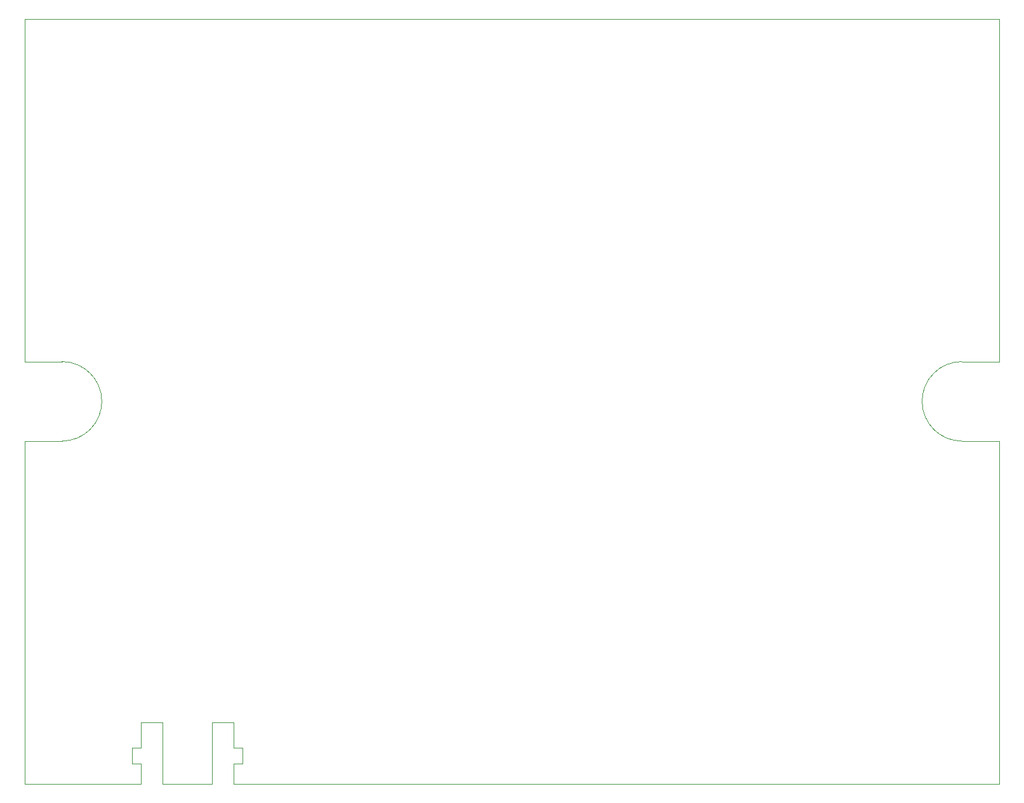
<source format=gm1>
%TF.GenerationSoftware,KiCad,Pcbnew,5.1.6*%
%TF.CreationDate,2020-08-11T14:57:00+02:00*%
%TF.ProjectId,CMM2-JLC,434d4d32-2d4a-44c4-932e-6b696361645f,C*%
%TF.SameCoordinates,Original*%
%TF.FileFunction,Profile,NP*%
%FSLAX46Y46*%
G04 Gerber Fmt 4.6, Leading zero omitted, Abs format (unit mm)*
G04 Created by KiCad (PCBNEW 5.1.6) date 2020-08-11 14:57:00*
%MOMM*%
%LPD*%
G01*
G04 APERTURE LIST*
%TA.AperFunction,Profile*%
%ADD10C,0.050000*%
%TD*%
G04 APERTURE END LIST*
D10*
X145000000Y-76300000D02*
X150000000Y-76300000D01*
X145000000Y-65700000D02*
X150000000Y-65700000D01*
X145000000Y-76300000D02*
G75*
G02*
X145000000Y-65700000I0J5300000D01*
G01*
X25000000Y-65700000D02*
G75*
G02*
X25000000Y-76300000I0J-5300000D01*
G01*
X38500000Y-122000000D02*
X38400000Y-122000000D01*
X45000000Y-122000000D02*
X38500000Y-122000000D01*
X150000000Y-65700000D02*
X150000000Y-20000000D01*
X47900000Y-122000000D02*
X150000000Y-122000000D01*
X35500000Y-122000000D02*
X20000000Y-122000000D01*
X35500000Y-119300000D02*
X35500000Y-122000000D01*
X34300000Y-119300000D02*
X35500000Y-119300000D01*
X34300000Y-117200000D02*
X34300000Y-119300000D01*
X35500000Y-117200000D02*
X34300000Y-117200000D01*
X35500000Y-113800000D02*
X35500000Y-117200000D01*
X35600000Y-113800000D02*
X35500000Y-113800000D01*
X38400000Y-113800000D02*
X35600000Y-113800000D01*
X38400000Y-122000000D02*
X38400000Y-113800000D01*
X45000000Y-114600000D02*
X45000000Y-122000000D01*
X45000000Y-113800000D02*
X45000000Y-114600000D01*
X45100000Y-113800000D02*
X45000000Y-113800000D01*
X47900000Y-113800000D02*
X45100000Y-113800000D01*
X47900000Y-117200000D02*
X47900000Y-113800000D01*
X49100000Y-117200000D02*
X47900000Y-117200000D01*
X49100000Y-119300000D02*
X49100000Y-117200000D01*
X47900000Y-119300000D02*
X49100000Y-119300000D01*
X47900000Y-122000000D02*
X47900000Y-119300000D01*
X150000000Y-76300000D02*
X150000000Y-122000000D01*
X20000000Y-76300000D02*
X20000000Y-122000000D01*
X20000000Y-20000000D02*
X20000000Y-65700000D01*
X25000000Y-76300000D02*
X20000000Y-76300000D01*
X25000000Y-65700000D02*
X20000000Y-65700000D01*
X21000000Y-20000000D02*
X20000000Y-20000000D01*
X150000000Y-20000000D02*
X21000000Y-20000000D01*
M02*

</source>
